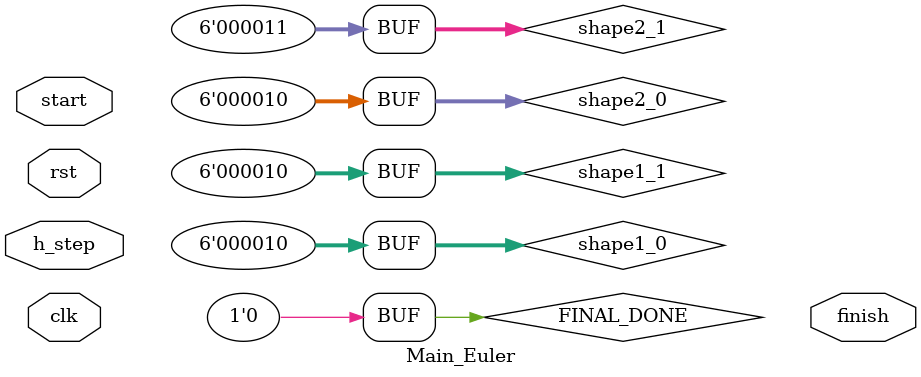
<source format=v>
module Main_Euler #(parameter ADD_SIZE = 16, parameter DATA_SIZE = 16, parameter MAX_DIM = 6)
(
input clk,
input rst,
input start,
input[DATA_SIZE-1:0] h_step,
output reg finish
);

reg [MAX_DIM-1:0] shape1_0 = 6'b10, shape1_1 = 6'b10, shape2_0 = 6'b10, shape2_1 = 6'b11;

wire return_default_state, data_ready1, data_ready2, overflow1, overflow2, overflow3;
wire [DATA_SIZE-1:0] data1, data2;
// change when add count rows
reg FINAL_DONE = 0;
Pipeline #(ADD_SIZE, DATA_SIZE, MAX_DIM) pipeline1(clk, rst, start, FINAL_DONE, return_default_state, shape1_0, shape1_1, data_ready1, data1, overflow1);
Pipeline #(ADD_SIZE, DATA_SIZE, MAX_DIM) pipeline2(clk, rst, start, FINAL_DONE, return_default_state, shape2_0, shape2_1, data_ready2, data2, overflow2);

JOIN_PIPE  #(ADD_SIZE, DATA_SIZE) join_pipe(rst, clk, data_ready1, data_ready2, data1, data2, h_step, return_default_state, overflow3);

endmodule
</source>
